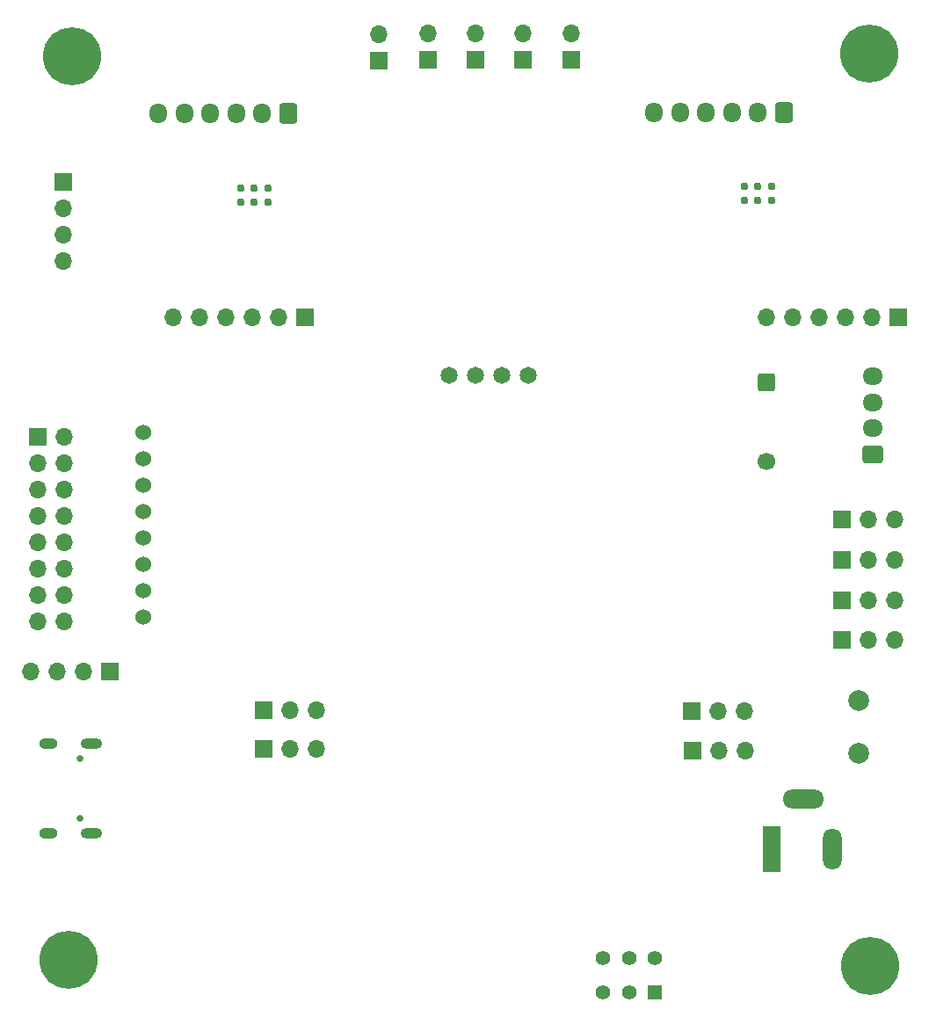
<source format=gbr>
%TF.GenerationSoftware,KiCad,Pcbnew,8.0.1*%
%TF.CreationDate,2024-06-22T21:51:16+08:00*%
%TF.ProjectId,car,6361722e-6b69-4636-9164-5f7063625858,rev?*%
%TF.SameCoordinates,Original*%
%TF.FileFunction,Soldermask,Bot*%
%TF.FilePolarity,Negative*%
%FSLAX46Y46*%
G04 Gerber Fmt 4.6, Leading zero omitted, Abs format (unit mm)*
G04 Created by KiCad (PCBNEW 8.0.1) date 2024-06-22 21:51:16*
%MOMM*%
%LPD*%
G01*
G04 APERTURE LIST*
G04 Aperture macros list*
%AMRoundRect*
0 Rectangle with rounded corners*
0 $1 Rounding radius*
0 $2 $3 $4 $5 $6 $7 $8 $9 X,Y pos of 4 corners*
0 Add a 4 corners polygon primitive as box body*
4,1,4,$2,$3,$4,$5,$6,$7,$8,$9,$2,$3,0*
0 Add four circle primitives for the rounded corners*
1,1,$1+$1,$2,$3*
1,1,$1+$1,$4,$5*
1,1,$1+$1,$6,$7*
1,1,$1+$1,$8,$9*
0 Add four rect primitives between the rounded corners*
20,1,$1+$1,$2,$3,$4,$5,0*
20,1,$1+$1,$4,$5,$6,$7,0*
20,1,$1+$1,$6,$7,$8,$9,0*
20,1,$1+$1,$8,$9,$2,$3,0*%
G04 Aperture macros list end*
%ADD10R,1.700000X1.700000*%
%ADD11O,1.700000X1.700000*%
%ADD12RoundRect,0.250000X0.600000X0.725000X-0.600000X0.725000X-0.600000X-0.725000X0.600000X-0.725000X0*%
%ADD13O,1.700000X1.950000*%
%ADD14R,1.800000X4.400000*%
%ADD15O,1.800000X4.000000*%
%ADD16O,4.000000X1.800000*%
%ADD17C,0.650000*%
%ADD18O,2.100000X1.000000*%
%ADD19O,1.800000X1.000000*%
%ADD20C,5.600000*%
%ADD21R,1.400000X1.400000*%
%ADD22C,1.400000*%
%ADD23RoundRect,0.249900X-0.600100X0.600100X-0.600100X-0.600100X0.600100X-0.600100X0.600100X0.600100X0*%
%ADD24C,1.700000*%
%ADD25C,0.770000*%
%ADD26C,1.650000*%
%ADD27C,2.000000*%
%ADD28RoundRect,0.250000X0.725000X-0.600000X0.725000X0.600000X-0.725000X0.600000X-0.725000X-0.600000X0*%
%ADD29O,1.950000X1.700000*%
%ADD30C,1.524000*%
G04 APERTURE END LIST*
D10*
%TO.C,UART2*%
X183000000Y-56200000D03*
D11*
X183000000Y-53660000D03*
%TD*%
D12*
%TO.C,J4*%
X203500000Y-61300000D03*
D13*
X201000000Y-61300000D03*
X198500000Y-61300000D03*
X196000000Y-61300000D03*
X193500000Y-61300000D03*
X191000000Y-61300000D03*
%TD*%
D10*
%TO.C,CH4*%
X209075000Y-104400000D03*
D11*
X211615000Y-104400000D03*
X214155000Y-104400000D03*
%TD*%
D10*
%TO.C,CH2*%
X209075000Y-112100000D03*
D11*
X211615000Y-112100000D03*
X214155000Y-112100000D03*
%TD*%
D10*
%TO.C,UART5*%
X169200000Y-56200000D03*
D11*
X169200000Y-53660000D03*
%TD*%
D10*
%TO.C,PB2 PB3*%
X131660000Y-92500000D03*
D11*
X134200000Y-92500000D03*
X131660000Y-95040000D03*
X134200000Y-95040000D03*
X131660000Y-97580000D03*
X134200000Y-97580000D03*
X131660000Y-100120000D03*
X134200000Y-100120000D03*
X131660000Y-102660000D03*
X134200000Y-102660000D03*
X131660000Y-105200000D03*
X134200000Y-105200000D03*
X131660000Y-107740000D03*
X134200000Y-107740000D03*
X131660000Y-110280000D03*
X134200000Y-110280000D03*
%TD*%
D14*
%TO.C,J1*%
X202345000Y-132230000D03*
D15*
X208145000Y-132230000D03*
D16*
X205345000Y-127430000D03*
%TD*%
D10*
%TO.C,UART1*%
X164500000Y-56275000D03*
D11*
X164500000Y-53735000D03*
%TD*%
D17*
%TO.C,P1*%
X135695000Y-123520000D03*
X135695000Y-129300000D03*
D18*
X136800000Y-122090000D03*
D19*
X132620000Y-122090000D03*
D18*
X136800000Y-130730000D03*
D19*
X132620000Y-130730000D03*
%TD*%
D20*
%TO.C,H4*%
X211800000Y-143500000D03*
%TD*%
%TO.C,H2*%
X211700000Y-55600000D03*
%TD*%
%TO.C,H3*%
X134600000Y-142900000D03*
%TD*%
D21*
%TO.C,\u7535\u6E90*%
X191107500Y-146050000D03*
D22*
X188607500Y-146050000D03*
X186107500Y-146050000D03*
X191107500Y-142750000D03*
X188607500Y-142750000D03*
X186107500Y-142750000D03*
%TD*%
D10*
%TO.C,GND*%
X194720000Y-122800000D03*
D11*
X197260000Y-122800000D03*
X199800000Y-122800000D03*
%TD*%
D23*
%TO.C,BZ2*%
X201800000Y-87300000D03*
D24*
X201800000Y-94900000D03*
%TD*%
D10*
%TO.C,DIO CLK 3.3 GND*%
X138600000Y-115125000D03*
D11*
X136060000Y-115125000D03*
X133520000Y-115125000D03*
X130980000Y-115125000D03*
%TD*%
D10*
%TO.C,5V*%
X194660000Y-119000000D03*
D11*
X197200000Y-119000000D03*
X199740000Y-119000000D03*
%TD*%
D10*
%TO.C,EIGHT-WAY*%
X134100000Y-67960000D03*
D11*
X134100000Y-70500000D03*
X134100000Y-73040000D03*
X134100000Y-75580000D03*
%TD*%
D10*
%TO.C,J3*%
X214560000Y-81025000D03*
D11*
X212020000Y-81025000D03*
X209480000Y-81025000D03*
X206940000Y-81025000D03*
X204400000Y-81025000D03*
X201860000Y-81025000D03*
%TD*%
D25*
%TO.C,U8*%
X199715000Y-69725000D03*
X201015000Y-69725000D03*
X202315000Y-69725000D03*
X199715000Y-68425000D03*
X201015000Y-68425000D03*
X202315000Y-68425000D03*
%TD*%
D26*
%TO.C,OLED1*%
X171220000Y-86602000D03*
X173760000Y-86600000D03*
X176300000Y-86600000D03*
X178840000Y-86600000D03*
%TD*%
D10*
%TO.C,CH1*%
X209075000Y-108300000D03*
D11*
X211615000Y-108300000D03*
X214155000Y-108300000D03*
%TD*%
D25*
%TO.C,U5*%
X151200000Y-69900000D03*
X152500000Y-69900000D03*
X153800000Y-69900000D03*
X151200000Y-68600000D03*
X152500000Y-68600000D03*
X153800000Y-68600000D03*
%TD*%
D10*
%TO.C,CH5*%
X209095000Y-100530000D03*
D11*
X211635000Y-100530000D03*
X214175000Y-100530000D03*
%TD*%
D10*
%TO.C,J16*%
X157380000Y-81025000D03*
D11*
X154840000Y-81025000D03*
X152300000Y-81025000D03*
X149760000Y-81025000D03*
X147220000Y-81025000D03*
X144680000Y-81025000D03*
%TD*%
D27*
%TO.C,J13*%
X210700000Y-123040000D03*
X210700000Y-117960000D03*
%TD*%
D10*
%TO.C,3.3V*%
X153375000Y-118900000D03*
D11*
X155915000Y-118900000D03*
X158455000Y-118900000D03*
%TD*%
D28*
%TO.C,K210*%
X212100000Y-94200000D03*
D29*
X212100000Y-91700000D03*
X212100000Y-89200000D03*
X212100000Y-86700000D03*
%TD*%
D30*
%TO.C,MPU6050*%
X141800000Y-92100000D03*
X141800000Y-94640000D03*
X141800000Y-97180000D03*
X141800000Y-99720000D03*
X141800000Y-102260000D03*
X141800000Y-104800000D03*
X141800000Y-107340000D03*
X141800000Y-109880000D03*
%TD*%
D10*
%TO.C,UART4*%
X173800000Y-56200000D03*
D11*
X173800000Y-53660000D03*
%TD*%
D10*
%TO.C,GND*%
X153420000Y-122625000D03*
D11*
X155960000Y-122625000D03*
X158500000Y-122625000D03*
%TD*%
D12*
%TO.C,J2*%
X155750000Y-61350000D03*
D13*
X153250000Y-61350000D03*
X150750000Y-61350000D03*
X148250000Y-61350000D03*
X145750000Y-61350000D03*
X143250000Y-61350000D03*
%TD*%
D20*
%TO.C,H1*%
X134900000Y-55900000D03*
%TD*%
D10*
%TO.C,UART3*%
X178400000Y-56200000D03*
D11*
X178400000Y-53660000D03*
%TD*%
M02*

</source>
